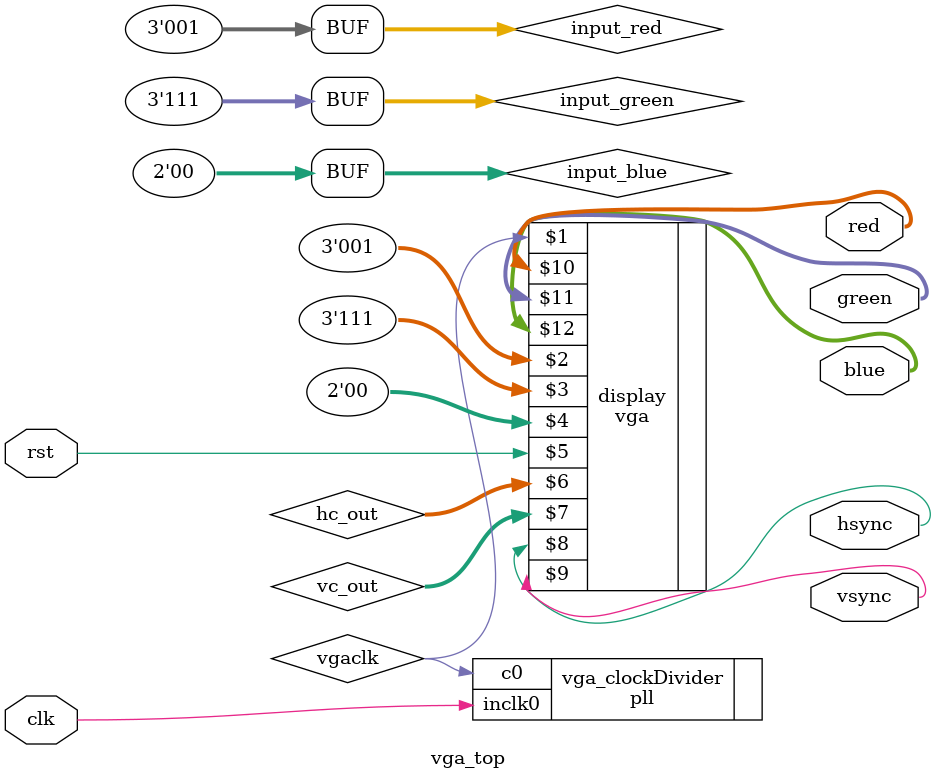
<source format=sv>
module vga_top(
	input clk,
	input rst,
	output hsync,
	output vsync,
	output reg [3:0] red,
	output reg [3:0] green,
	output reg [3:0] blue
);

logic vgaclk;
pll vga_clockDivider(.inclk0 (clk), .c0 (vgaclk));

logic [9:0] hc_out, vc_out;

logic [2:0] input_red;
logic [2:0] input_green;
logic [1:0] input_blue;

initial begin
	input_red = 'b001;
	input_green = 'b111;
	input_blue = 'b00;
end

// instantiate vga display module
vga display(
	vgaclk,
	input_red, input_green, input_blue,
	rst,
	hc_out, vc_out, hsync, vsync,
	red, green, blue
);

endmodule
</source>
